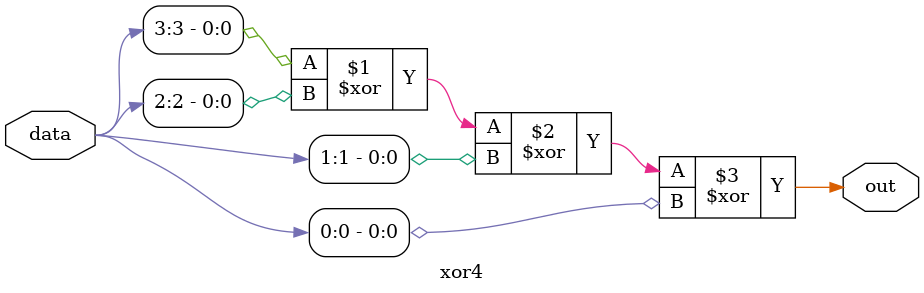
<source format=v>
	/*______________________________________________________________________
	* *
	* The logic modules below are coded explicitly, to ensure *
	* that the logic is implemented in a minimum of levels. *
	______________________________________________________________________*/
	module xor4 (
							data, 
							out
							);
							
	input 		[3:0] 	data;
	output	 					out;
	
	assign #1 			out 	= (data[3] ^ data[2]^ data[1]^ data[0]);
	endmodule
	

</source>
